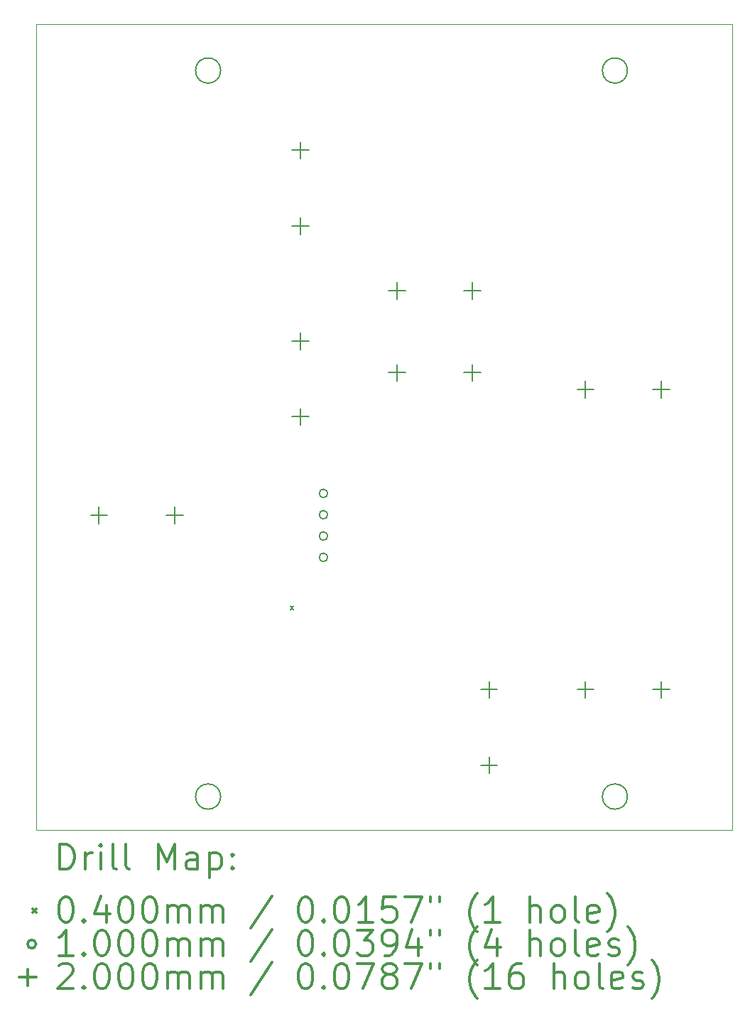
<source format=gbr>
%FSLAX45Y45*%
G04 Gerber Fmt 4.5, Leading zero omitted, Abs format (unit mm)*
G04 Created by KiCad (PCBNEW (5.1.10)-1) date 2022-03-31 00:15:28*
%MOMM*%
%LPD*%
G01*
G04 APERTURE LIST*
%TA.AperFunction,Profile*%
%ADD10C,0.150000*%
%TD*%
%TA.AperFunction,Profile*%
%ADD11C,0.050000*%
%TD*%
%ADD12C,0.200000*%
%ADD13C,0.300000*%
G04 APERTURE END LIST*
D10*
X11200000Y-14300000D02*
G75*
G03*
X11200000Y-14300000I-150000J0D01*
G01*
X16050000Y-14300000D02*
G75*
G03*
X16050000Y-14300000I-150000J0D01*
G01*
X16050000Y-5650000D02*
G75*
G03*
X16050000Y-5650000I-150000J0D01*
G01*
X11200000Y-5650000D02*
G75*
G03*
X11200000Y-5650000I-150000J0D01*
G01*
D11*
X9000000Y-14700000D02*
X17300000Y-14700000D01*
X9000000Y-5100000D02*
X9000000Y-14700000D01*
X17300000Y-5100000D02*
X9000000Y-5100000D01*
X17300000Y-5100000D02*
X17300000Y-14700000D01*
D12*
X12030000Y-12030000D02*
X12070000Y-12070000D01*
X12070000Y-12030000D02*
X12030000Y-12070000D01*
X12475000Y-10688000D02*
G75*
G03*
X12475000Y-10688000I-50000J0D01*
G01*
X12475000Y-10942000D02*
G75*
G03*
X12475000Y-10942000I-50000J0D01*
G01*
X12475000Y-11196000D02*
G75*
G03*
X12475000Y-11196000I-50000J0D01*
G01*
X12475000Y-11450000D02*
G75*
G03*
X12475000Y-11450000I-50000J0D01*
G01*
X9750000Y-10850000D02*
X9750000Y-11050000D01*
X9650000Y-10950000D02*
X9850000Y-10950000D01*
X10650000Y-10850000D02*
X10650000Y-11050000D01*
X10550000Y-10950000D02*
X10750000Y-10950000D01*
X12150000Y-6500000D02*
X12150000Y-6700000D01*
X12050000Y-6600000D02*
X12250000Y-6600000D01*
X12150000Y-7400000D02*
X12150000Y-7600000D01*
X12050000Y-7500000D02*
X12250000Y-7500000D01*
X12150000Y-8775000D02*
X12150000Y-8975000D01*
X12050000Y-8875000D02*
X12250000Y-8875000D01*
X12150000Y-9675000D02*
X12150000Y-9875000D01*
X12050000Y-9775000D02*
X12250000Y-9775000D01*
X13300000Y-8175000D02*
X13300000Y-8375000D01*
X13200000Y-8275000D02*
X13400000Y-8275000D01*
X13300000Y-9150000D02*
X13300000Y-9350000D01*
X13200000Y-9250000D02*
X13400000Y-9250000D01*
X14200000Y-8175000D02*
X14200000Y-8375000D01*
X14100000Y-8275000D02*
X14300000Y-8275000D01*
X14200000Y-9150000D02*
X14200000Y-9350000D01*
X14100000Y-9250000D02*
X14300000Y-9250000D01*
X14400000Y-12925000D02*
X14400000Y-13125000D01*
X14300000Y-13025000D02*
X14500000Y-13025000D01*
X14400000Y-13825000D02*
X14400000Y-14025000D01*
X14300000Y-13925000D02*
X14500000Y-13925000D01*
X15550000Y-9350000D02*
X15550000Y-9550000D01*
X15450000Y-9450000D02*
X15650000Y-9450000D01*
X15550000Y-12925000D02*
X15550000Y-13125000D01*
X15450000Y-13025000D02*
X15650000Y-13025000D01*
X16450000Y-9350000D02*
X16450000Y-9550000D01*
X16350000Y-9450000D02*
X16550000Y-9450000D01*
X16450000Y-12925000D02*
X16450000Y-13125000D01*
X16350000Y-13025000D02*
X16550000Y-13025000D01*
D13*
X9283928Y-15168214D02*
X9283928Y-14868214D01*
X9355357Y-14868214D01*
X9398214Y-14882500D01*
X9426786Y-14911071D01*
X9441071Y-14939643D01*
X9455357Y-14996786D01*
X9455357Y-15039643D01*
X9441071Y-15096786D01*
X9426786Y-15125357D01*
X9398214Y-15153929D01*
X9355357Y-15168214D01*
X9283928Y-15168214D01*
X9583928Y-15168214D02*
X9583928Y-14968214D01*
X9583928Y-15025357D02*
X9598214Y-14996786D01*
X9612500Y-14982500D01*
X9641071Y-14968214D01*
X9669643Y-14968214D01*
X9769643Y-15168214D02*
X9769643Y-14968214D01*
X9769643Y-14868214D02*
X9755357Y-14882500D01*
X9769643Y-14896786D01*
X9783928Y-14882500D01*
X9769643Y-14868214D01*
X9769643Y-14896786D01*
X9955357Y-15168214D02*
X9926786Y-15153929D01*
X9912500Y-15125357D01*
X9912500Y-14868214D01*
X10112500Y-15168214D02*
X10083928Y-15153929D01*
X10069643Y-15125357D01*
X10069643Y-14868214D01*
X10455357Y-15168214D02*
X10455357Y-14868214D01*
X10555357Y-15082500D01*
X10655357Y-14868214D01*
X10655357Y-15168214D01*
X10926786Y-15168214D02*
X10926786Y-15011071D01*
X10912500Y-14982500D01*
X10883928Y-14968214D01*
X10826786Y-14968214D01*
X10798214Y-14982500D01*
X10926786Y-15153929D02*
X10898214Y-15168214D01*
X10826786Y-15168214D01*
X10798214Y-15153929D01*
X10783928Y-15125357D01*
X10783928Y-15096786D01*
X10798214Y-15068214D01*
X10826786Y-15053929D01*
X10898214Y-15053929D01*
X10926786Y-15039643D01*
X11069643Y-14968214D02*
X11069643Y-15268214D01*
X11069643Y-14982500D02*
X11098214Y-14968214D01*
X11155357Y-14968214D01*
X11183928Y-14982500D01*
X11198214Y-14996786D01*
X11212500Y-15025357D01*
X11212500Y-15111071D01*
X11198214Y-15139643D01*
X11183928Y-15153929D01*
X11155357Y-15168214D01*
X11098214Y-15168214D01*
X11069643Y-15153929D01*
X11341071Y-15139643D02*
X11355357Y-15153929D01*
X11341071Y-15168214D01*
X11326786Y-15153929D01*
X11341071Y-15139643D01*
X11341071Y-15168214D01*
X11341071Y-14982500D02*
X11355357Y-14996786D01*
X11341071Y-15011071D01*
X11326786Y-14996786D01*
X11341071Y-14982500D01*
X11341071Y-15011071D01*
X8957500Y-15642500D02*
X8997500Y-15682500D01*
X8997500Y-15642500D02*
X8957500Y-15682500D01*
X9341071Y-15498214D02*
X9369643Y-15498214D01*
X9398214Y-15512500D01*
X9412500Y-15526786D01*
X9426786Y-15555357D01*
X9441071Y-15612500D01*
X9441071Y-15683929D01*
X9426786Y-15741071D01*
X9412500Y-15769643D01*
X9398214Y-15783929D01*
X9369643Y-15798214D01*
X9341071Y-15798214D01*
X9312500Y-15783929D01*
X9298214Y-15769643D01*
X9283928Y-15741071D01*
X9269643Y-15683929D01*
X9269643Y-15612500D01*
X9283928Y-15555357D01*
X9298214Y-15526786D01*
X9312500Y-15512500D01*
X9341071Y-15498214D01*
X9569643Y-15769643D02*
X9583928Y-15783929D01*
X9569643Y-15798214D01*
X9555357Y-15783929D01*
X9569643Y-15769643D01*
X9569643Y-15798214D01*
X9841071Y-15598214D02*
X9841071Y-15798214D01*
X9769643Y-15483929D02*
X9698214Y-15698214D01*
X9883928Y-15698214D01*
X10055357Y-15498214D02*
X10083928Y-15498214D01*
X10112500Y-15512500D01*
X10126786Y-15526786D01*
X10141071Y-15555357D01*
X10155357Y-15612500D01*
X10155357Y-15683929D01*
X10141071Y-15741071D01*
X10126786Y-15769643D01*
X10112500Y-15783929D01*
X10083928Y-15798214D01*
X10055357Y-15798214D01*
X10026786Y-15783929D01*
X10012500Y-15769643D01*
X9998214Y-15741071D01*
X9983928Y-15683929D01*
X9983928Y-15612500D01*
X9998214Y-15555357D01*
X10012500Y-15526786D01*
X10026786Y-15512500D01*
X10055357Y-15498214D01*
X10341071Y-15498214D02*
X10369643Y-15498214D01*
X10398214Y-15512500D01*
X10412500Y-15526786D01*
X10426786Y-15555357D01*
X10441071Y-15612500D01*
X10441071Y-15683929D01*
X10426786Y-15741071D01*
X10412500Y-15769643D01*
X10398214Y-15783929D01*
X10369643Y-15798214D01*
X10341071Y-15798214D01*
X10312500Y-15783929D01*
X10298214Y-15769643D01*
X10283928Y-15741071D01*
X10269643Y-15683929D01*
X10269643Y-15612500D01*
X10283928Y-15555357D01*
X10298214Y-15526786D01*
X10312500Y-15512500D01*
X10341071Y-15498214D01*
X10569643Y-15798214D02*
X10569643Y-15598214D01*
X10569643Y-15626786D02*
X10583928Y-15612500D01*
X10612500Y-15598214D01*
X10655357Y-15598214D01*
X10683928Y-15612500D01*
X10698214Y-15641071D01*
X10698214Y-15798214D01*
X10698214Y-15641071D02*
X10712500Y-15612500D01*
X10741071Y-15598214D01*
X10783928Y-15598214D01*
X10812500Y-15612500D01*
X10826786Y-15641071D01*
X10826786Y-15798214D01*
X10969643Y-15798214D02*
X10969643Y-15598214D01*
X10969643Y-15626786D02*
X10983928Y-15612500D01*
X11012500Y-15598214D01*
X11055357Y-15598214D01*
X11083928Y-15612500D01*
X11098214Y-15641071D01*
X11098214Y-15798214D01*
X11098214Y-15641071D02*
X11112500Y-15612500D01*
X11141071Y-15598214D01*
X11183928Y-15598214D01*
X11212500Y-15612500D01*
X11226786Y-15641071D01*
X11226786Y-15798214D01*
X11812500Y-15483929D02*
X11555357Y-15869643D01*
X12198214Y-15498214D02*
X12226786Y-15498214D01*
X12255357Y-15512500D01*
X12269643Y-15526786D01*
X12283928Y-15555357D01*
X12298214Y-15612500D01*
X12298214Y-15683929D01*
X12283928Y-15741071D01*
X12269643Y-15769643D01*
X12255357Y-15783929D01*
X12226786Y-15798214D01*
X12198214Y-15798214D01*
X12169643Y-15783929D01*
X12155357Y-15769643D01*
X12141071Y-15741071D01*
X12126786Y-15683929D01*
X12126786Y-15612500D01*
X12141071Y-15555357D01*
X12155357Y-15526786D01*
X12169643Y-15512500D01*
X12198214Y-15498214D01*
X12426786Y-15769643D02*
X12441071Y-15783929D01*
X12426786Y-15798214D01*
X12412500Y-15783929D01*
X12426786Y-15769643D01*
X12426786Y-15798214D01*
X12626786Y-15498214D02*
X12655357Y-15498214D01*
X12683928Y-15512500D01*
X12698214Y-15526786D01*
X12712500Y-15555357D01*
X12726786Y-15612500D01*
X12726786Y-15683929D01*
X12712500Y-15741071D01*
X12698214Y-15769643D01*
X12683928Y-15783929D01*
X12655357Y-15798214D01*
X12626786Y-15798214D01*
X12598214Y-15783929D01*
X12583928Y-15769643D01*
X12569643Y-15741071D01*
X12555357Y-15683929D01*
X12555357Y-15612500D01*
X12569643Y-15555357D01*
X12583928Y-15526786D01*
X12598214Y-15512500D01*
X12626786Y-15498214D01*
X13012500Y-15798214D02*
X12841071Y-15798214D01*
X12926786Y-15798214D02*
X12926786Y-15498214D01*
X12898214Y-15541071D01*
X12869643Y-15569643D01*
X12841071Y-15583929D01*
X13283928Y-15498214D02*
X13141071Y-15498214D01*
X13126786Y-15641071D01*
X13141071Y-15626786D01*
X13169643Y-15612500D01*
X13241071Y-15612500D01*
X13269643Y-15626786D01*
X13283928Y-15641071D01*
X13298214Y-15669643D01*
X13298214Y-15741071D01*
X13283928Y-15769643D01*
X13269643Y-15783929D01*
X13241071Y-15798214D01*
X13169643Y-15798214D01*
X13141071Y-15783929D01*
X13126786Y-15769643D01*
X13398214Y-15498214D02*
X13598214Y-15498214D01*
X13469643Y-15798214D01*
X13698214Y-15498214D02*
X13698214Y-15555357D01*
X13812500Y-15498214D02*
X13812500Y-15555357D01*
X14255357Y-15912500D02*
X14241071Y-15898214D01*
X14212500Y-15855357D01*
X14198214Y-15826786D01*
X14183928Y-15783929D01*
X14169643Y-15712500D01*
X14169643Y-15655357D01*
X14183928Y-15583929D01*
X14198214Y-15541071D01*
X14212500Y-15512500D01*
X14241071Y-15469643D01*
X14255357Y-15455357D01*
X14526786Y-15798214D02*
X14355357Y-15798214D01*
X14441071Y-15798214D02*
X14441071Y-15498214D01*
X14412500Y-15541071D01*
X14383928Y-15569643D01*
X14355357Y-15583929D01*
X14883928Y-15798214D02*
X14883928Y-15498214D01*
X15012500Y-15798214D02*
X15012500Y-15641071D01*
X14998214Y-15612500D01*
X14969643Y-15598214D01*
X14926786Y-15598214D01*
X14898214Y-15612500D01*
X14883928Y-15626786D01*
X15198214Y-15798214D02*
X15169643Y-15783929D01*
X15155357Y-15769643D01*
X15141071Y-15741071D01*
X15141071Y-15655357D01*
X15155357Y-15626786D01*
X15169643Y-15612500D01*
X15198214Y-15598214D01*
X15241071Y-15598214D01*
X15269643Y-15612500D01*
X15283928Y-15626786D01*
X15298214Y-15655357D01*
X15298214Y-15741071D01*
X15283928Y-15769643D01*
X15269643Y-15783929D01*
X15241071Y-15798214D01*
X15198214Y-15798214D01*
X15469643Y-15798214D02*
X15441071Y-15783929D01*
X15426786Y-15755357D01*
X15426786Y-15498214D01*
X15698214Y-15783929D02*
X15669643Y-15798214D01*
X15612500Y-15798214D01*
X15583928Y-15783929D01*
X15569643Y-15755357D01*
X15569643Y-15641071D01*
X15583928Y-15612500D01*
X15612500Y-15598214D01*
X15669643Y-15598214D01*
X15698214Y-15612500D01*
X15712500Y-15641071D01*
X15712500Y-15669643D01*
X15569643Y-15698214D01*
X15812500Y-15912500D02*
X15826786Y-15898214D01*
X15855357Y-15855357D01*
X15869643Y-15826786D01*
X15883928Y-15783929D01*
X15898214Y-15712500D01*
X15898214Y-15655357D01*
X15883928Y-15583929D01*
X15869643Y-15541071D01*
X15855357Y-15512500D01*
X15826786Y-15469643D01*
X15812500Y-15455357D01*
X8997500Y-16058500D02*
G75*
G03*
X8997500Y-16058500I-50000J0D01*
G01*
X9441071Y-16194214D02*
X9269643Y-16194214D01*
X9355357Y-16194214D02*
X9355357Y-15894214D01*
X9326786Y-15937071D01*
X9298214Y-15965643D01*
X9269643Y-15979929D01*
X9569643Y-16165643D02*
X9583928Y-16179929D01*
X9569643Y-16194214D01*
X9555357Y-16179929D01*
X9569643Y-16165643D01*
X9569643Y-16194214D01*
X9769643Y-15894214D02*
X9798214Y-15894214D01*
X9826786Y-15908500D01*
X9841071Y-15922786D01*
X9855357Y-15951357D01*
X9869643Y-16008500D01*
X9869643Y-16079929D01*
X9855357Y-16137071D01*
X9841071Y-16165643D01*
X9826786Y-16179929D01*
X9798214Y-16194214D01*
X9769643Y-16194214D01*
X9741071Y-16179929D01*
X9726786Y-16165643D01*
X9712500Y-16137071D01*
X9698214Y-16079929D01*
X9698214Y-16008500D01*
X9712500Y-15951357D01*
X9726786Y-15922786D01*
X9741071Y-15908500D01*
X9769643Y-15894214D01*
X10055357Y-15894214D02*
X10083928Y-15894214D01*
X10112500Y-15908500D01*
X10126786Y-15922786D01*
X10141071Y-15951357D01*
X10155357Y-16008500D01*
X10155357Y-16079929D01*
X10141071Y-16137071D01*
X10126786Y-16165643D01*
X10112500Y-16179929D01*
X10083928Y-16194214D01*
X10055357Y-16194214D01*
X10026786Y-16179929D01*
X10012500Y-16165643D01*
X9998214Y-16137071D01*
X9983928Y-16079929D01*
X9983928Y-16008500D01*
X9998214Y-15951357D01*
X10012500Y-15922786D01*
X10026786Y-15908500D01*
X10055357Y-15894214D01*
X10341071Y-15894214D02*
X10369643Y-15894214D01*
X10398214Y-15908500D01*
X10412500Y-15922786D01*
X10426786Y-15951357D01*
X10441071Y-16008500D01*
X10441071Y-16079929D01*
X10426786Y-16137071D01*
X10412500Y-16165643D01*
X10398214Y-16179929D01*
X10369643Y-16194214D01*
X10341071Y-16194214D01*
X10312500Y-16179929D01*
X10298214Y-16165643D01*
X10283928Y-16137071D01*
X10269643Y-16079929D01*
X10269643Y-16008500D01*
X10283928Y-15951357D01*
X10298214Y-15922786D01*
X10312500Y-15908500D01*
X10341071Y-15894214D01*
X10569643Y-16194214D02*
X10569643Y-15994214D01*
X10569643Y-16022786D02*
X10583928Y-16008500D01*
X10612500Y-15994214D01*
X10655357Y-15994214D01*
X10683928Y-16008500D01*
X10698214Y-16037071D01*
X10698214Y-16194214D01*
X10698214Y-16037071D02*
X10712500Y-16008500D01*
X10741071Y-15994214D01*
X10783928Y-15994214D01*
X10812500Y-16008500D01*
X10826786Y-16037071D01*
X10826786Y-16194214D01*
X10969643Y-16194214D02*
X10969643Y-15994214D01*
X10969643Y-16022786D02*
X10983928Y-16008500D01*
X11012500Y-15994214D01*
X11055357Y-15994214D01*
X11083928Y-16008500D01*
X11098214Y-16037071D01*
X11098214Y-16194214D01*
X11098214Y-16037071D02*
X11112500Y-16008500D01*
X11141071Y-15994214D01*
X11183928Y-15994214D01*
X11212500Y-16008500D01*
X11226786Y-16037071D01*
X11226786Y-16194214D01*
X11812500Y-15879929D02*
X11555357Y-16265643D01*
X12198214Y-15894214D02*
X12226786Y-15894214D01*
X12255357Y-15908500D01*
X12269643Y-15922786D01*
X12283928Y-15951357D01*
X12298214Y-16008500D01*
X12298214Y-16079929D01*
X12283928Y-16137071D01*
X12269643Y-16165643D01*
X12255357Y-16179929D01*
X12226786Y-16194214D01*
X12198214Y-16194214D01*
X12169643Y-16179929D01*
X12155357Y-16165643D01*
X12141071Y-16137071D01*
X12126786Y-16079929D01*
X12126786Y-16008500D01*
X12141071Y-15951357D01*
X12155357Y-15922786D01*
X12169643Y-15908500D01*
X12198214Y-15894214D01*
X12426786Y-16165643D02*
X12441071Y-16179929D01*
X12426786Y-16194214D01*
X12412500Y-16179929D01*
X12426786Y-16165643D01*
X12426786Y-16194214D01*
X12626786Y-15894214D02*
X12655357Y-15894214D01*
X12683928Y-15908500D01*
X12698214Y-15922786D01*
X12712500Y-15951357D01*
X12726786Y-16008500D01*
X12726786Y-16079929D01*
X12712500Y-16137071D01*
X12698214Y-16165643D01*
X12683928Y-16179929D01*
X12655357Y-16194214D01*
X12626786Y-16194214D01*
X12598214Y-16179929D01*
X12583928Y-16165643D01*
X12569643Y-16137071D01*
X12555357Y-16079929D01*
X12555357Y-16008500D01*
X12569643Y-15951357D01*
X12583928Y-15922786D01*
X12598214Y-15908500D01*
X12626786Y-15894214D01*
X12826786Y-15894214D02*
X13012500Y-15894214D01*
X12912500Y-16008500D01*
X12955357Y-16008500D01*
X12983928Y-16022786D01*
X12998214Y-16037071D01*
X13012500Y-16065643D01*
X13012500Y-16137071D01*
X12998214Y-16165643D01*
X12983928Y-16179929D01*
X12955357Y-16194214D01*
X12869643Y-16194214D01*
X12841071Y-16179929D01*
X12826786Y-16165643D01*
X13155357Y-16194214D02*
X13212500Y-16194214D01*
X13241071Y-16179929D01*
X13255357Y-16165643D01*
X13283928Y-16122786D01*
X13298214Y-16065643D01*
X13298214Y-15951357D01*
X13283928Y-15922786D01*
X13269643Y-15908500D01*
X13241071Y-15894214D01*
X13183928Y-15894214D01*
X13155357Y-15908500D01*
X13141071Y-15922786D01*
X13126786Y-15951357D01*
X13126786Y-16022786D01*
X13141071Y-16051357D01*
X13155357Y-16065643D01*
X13183928Y-16079929D01*
X13241071Y-16079929D01*
X13269643Y-16065643D01*
X13283928Y-16051357D01*
X13298214Y-16022786D01*
X13555357Y-15994214D02*
X13555357Y-16194214D01*
X13483928Y-15879929D02*
X13412500Y-16094214D01*
X13598214Y-16094214D01*
X13698214Y-15894214D02*
X13698214Y-15951357D01*
X13812500Y-15894214D02*
X13812500Y-15951357D01*
X14255357Y-16308500D02*
X14241071Y-16294214D01*
X14212500Y-16251357D01*
X14198214Y-16222786D01*
X14183928Y-16179929D01*
X14169643Y-16108500D01*
X14169643Y-16051357D01*
X14183928Y-15979929D01*
X14198214Y-15937071D01*
X14212500Y-15908500D01*
X14241071Y-15865643D01*
X14255357Y-15851357D01*
X14498214Y-15994214D02*
X14498214Y-16194214D01*
X14426786Y-15879929D02*
X14355357Y-16094214D01*
X14541071Y-16094214D01*
X14883928Y-16194214D02*
X14883928Y-15894214D01*
X15012500Y-16194214D02*
X15012500Y-16037071D01*
X14998214Y-16008500D01*
X14969643Y-15994214D01*
X14926786Y-15994214D01*
X14898214Y-16008500D01*
X14883928Y-16022786D01*
X15198214Y-16194214D02*
X15169643Y-16179929D01*
X15155357Y-16165643D01*
X15141071Y-16137071D01*
X15141071Y-16051357D01*
X15155357Y-16022786D01*
X15169643Y-16008500D01*
X15198214Y-15994214D01*
X15241071Y-15994214D01*
X15269643Y-16008500D01*
X15283928Y-16022786D01*
X15298214Y-16051357D01*
X15298214Y-16137071D01*
X15283928Y-16165643D01*
X15269643Y-16179929D01*
X15241071Y-16194214D01*
X15198214Y-16194214D01*
X15469643Y-16194214D02*
X15441071Y-16179929D01*
X15426786Y-16151357D01*
X15426786Y-15894214D01*
X15698214Y-16179929D02*
X15669643Y-16194214D01*
X15612500Y-16194214D01*
X15583928Y-16179929D01*
X15569643Y-16151357D01*
X15569643Y-16037071D01*
X15583928Y-16008500D01*
X15612500Y-15994214D01*
X15669643Y-15994214D01*
X15698214Y-16008500D01*
X15712500Y-16037071D01*
X15712500Y-16065643D01*
X15569643Y-16094214D01*
X15826786Y-16179929D02*
X15855357Y-16194214D01*
X15912500Y-16194214D01*
X15941071Y-16179929D01*
X15955357Y-16151357D01*
X15955357Y-16137071D01*
X15941071Y-16108500D01*
X15912500Y-16094214D01*
X15869643Y-16094214D01*
X15841071Y-16079929D01*
X15826786Y-16051357D01*
X15826786Y-16037071D01*
X15841071Y-16008500D01*
X15869643Y-15994214D01*
X15912500Y-15994214D01*
X15941071Y-16008500D01*
X16055357Y-16308500D02*
X16069643Y-16294214D01*
X16098214Y-16251357D01*
X16112500Y-16222786D01*
X16126786Y-16179929D01*
X16141071Y-16108500D01*
X16141071Y-16051357D01*
X16126786Y-15979929D01*
X16112500Y-15937071D01*
X16098214Y-15908500D01*
X16069643Y-15865643D01*
X16055357Y-15851357D01*
X8897500Y-16354500D02*
X8897500Y-16554500D01*
X8797500Y-16454500D02*
X8997500Y-16454500D01*
X9269643Y-16318786D02*
X9283928Y-16304500D01*
X9312500Y-16290214D01*
X9383928Y-16290214D01*
X9412500Y-16304500D01*
X9426786Y-16318786D01*
X9441071Y-16347357D01*
X9441071Y-16375929D01*
X9426786Y-16418786D01*
X9255357Y-16590214D01*
X9441071Y-16590214D01*
X9569643Y-16561643D02*
X9583928Y-16575929D01*
X9569643Y-16590214D01*
X9555357Y-16575929D01*
X9569643Y-16561643D01*
X9569643Y-16590214D01*
X9769643Y-16290214D02*
X9798214Y-16290214D01*
X9826786Y-16304500D01*
X9841071Y-16318786D01*
X9855357Y-16347357D01*
X9869643Y-16404500D01*
X9869643Y-16475929D01*
X9855357Y-16533071D01*
X9841071Y-16561643D01*
X9826786Y-16575929D01*
X9798214Y-16590214D01*
X9769643Y-16590214D01*
X9741071Y-16575929D01*
X9726786Y-16561643D01*
X9712500Y-16533071D01*
X9698214Y-16475929D01*
X9698214Y-16404500D01*
X9712500Y-16347357D01*
X9726786Y-16318786D01*
X9741071Y-16304500D01*
X9769643Y-16290214D01*
X10055357Y-16290214D02*
X10083928Y-16290214D01*
X10112500Y-16304500D01*
X10126786Y-16318786D01*
X10141071Y-16347357D01*
X10155357Y-16404500D01*
X10155357Y-16475929D01*
X10141071Y-16533071D01*
X10126786Y-16561643D01*
X10112500Y-16575929D01*
X10083928Y-16590214D01*
X10055357Y-16590214D01*
X10026786Y-16575929D01*
X10012500Y-16561643D01*
X9998214Y-16533071D01*
X9983928Y-16475929D01*
X9983928Y-16404500D01*
X9998214Y-16347357D01*
X10012500Y-16318786D01*
X10026786Y-16304500D01*
X10055357Y-16290214D01*
X10341071Y-16290214D02*
X10369643Y-16290214D01*
X10398214Y-16304500D01*
X10412500Y-16318786D01*
X10426786Y-16347357D01*
X10441071Y-16404500D01*
X10441071Y-16475929D01*
X10426786Y-16533071D01*
X10412500Y-16561643D01*
X10398214Y-16575929D01*
X10369643Y-16590214D01*
X10341071Y-16590214D01*
X10312500Y-16575929D01*
X10298214Y-16561643D01*
X10283928Y-16533071D01*
X10269643Y-16475929D01*
X10269643Y-16404500D01*
X10283928Y-16347357D01*
X10298214Y-16318786D01*
X10312500Y-16304500D01*
X10341071Y-16290214D01*
X10569643Y-16590214D02*
X10569643Y-16390214D01*
X10569643Y-16418786D02*
X10583928Y-16404500D01*
X10612500Y-16390214D01*
X10655357Y-16390214D01*
X10683928Y-16404500D01*
X10698214Y-16433071D01*
X10698214Y-16590214D01*
X10698214Y-16433071D02*
X10712500Y-16404500D01*
X10741071Y-16390214D01*
X10783928Y-16390214D01*
X10812500Y-16404500D01*
X10826786Y-16433071D01*
X10826786Y-16590214D01*
X10969643Y-16590214D02*
X10969643Y-16390214D01*
X10969643Y-16418786D02*
X10983928Y-16404500D01*
X11012500Y-16390214D01*
X11055357Y-16390214D01*
X11083928Y-16404500D01*
X11098214Y-16433071D01*
X11098214Y-16590214D01*
X11098214Y-16433071D02*
X11112500Y-16404500D01*
X11141071Y-16390214D01*
X11183928Y-16390214D01*
X11212500Y-16404500D01*
X11226786Y-16433071D01*
X11226786Y-16590214D01*
X11812500Y-16275929D02*
X11555357Y-16661643D01*
X12198214Y-16290214D02*
X12226786Y-16290214D01*
X12255357Y-16304500D01*
X12269643Y-16318786D01*
X12283928Y-16347357D01*
X12298214Y-16404500D01*
X12298214Y-16475929D01*
X12283928Y-16533071D01*
X12269643Y-16561643D01*
X12255357Y-16575929D01*
X12226786Y-16590214D01*
X12198214Y-16590214D01*
X12169643Y-16575929D01*
X12155357Y-16561643D01*
X12141071Y-16533071D01*
X12126786Y-16475929D01*
X12126786Y-16404500D01*
X12141071Y-16347357D01*
X12155357Y-16318786D01*
X12169643Y-16304500D01*
X12198214Y-16290214D01*
X12426786Y-16561643D02*
X12441071Y-16575929D01*
X12426786Y-16590214D01*
X12412500Y-16575929D01*
X12426786Y-16561643D01*
X12426786Y-16590214D01*
X12626786Y-16290214D02*
X12655357Y-16290214D01*
X12683928Y-16304500D01*
X12698214Y-16318786D01*
X12712500Y-16347357D01*
X12726786Y-16404500D01*
X12726786Y-16475929D01*
X12712500Y-16533071D01*
X12698214Y-16561643D01*
X12683928Y-16575929D01*
X12655357Y-16590214D01*
X12626786Y-16590214D01*
X12598214Y-16575929D01*
X12583928Y-16561643D01*
X12569643Y-16533071D01*
X12555357Y-16475929D01*
X12555357Y-16404500D01*
X12569643Y-16347357D01*
X12583928Y-16318786D01*
X12598214Y-16304500D01*
X12626786Y-16290214D01*
X12826786Y-16290214D02*
X13026786Y-16290214D01*
X12898214Y-16590214D01*
X13183928Y-16418786D02*
X13155357Y-16404500D01*
X13141071Y-16390214D01*
X13126786Y-16361643D01*
X13126786Y-16347357D01*
X13141071Y-16318786D01*
X13155357Y-16304500D01*
X13183928Y-16290214D01*
X13241071Y-16290214D01*
X13269643Y-16304500D01*
X13283928Y-16318786D01*
X13298214Y-16347357D01*
X13298214Y-16361643D01*
X13283928Y-16390214D01*
X13269643Y-16404500D01*
X13241071Y-16418786D01*
X13183928Y-16418786D01*
X13155357Y-16433071D01*
X13141071Y-16447357D01*
X13126786Y-16475929D01*
X13126786Y-16533071D01*
X13141071Y-16561643D01*
X13155357Y-16575929D01*
X13183928Y-16590214D01*
X13241071Y-16590214D01*
X13269643Y-16575929D01*
X13283928Y-16561643D01*
X13298214Y-16533071D01*
X13298214Y-16475929D01*
X13283928Y-16447357D01*
X13269643Y-16433071D01*
X13241071Y-16418786D01*
X13398214Y-16290214D02*
X13598214Y-16290214D01*
X13469643Y-16590214D01*
X13698214Y-16290214D02*
X13698214Y-16347357D01*
X13812500Y-16290214D02*
X13812500Y-16347357D01*
X14255357Y-16704500D02*
X14241071Y-16690214D01*
X14212500Y-16647357D01*
X14198214Y-16618786D01*
X14183928Y-16575929D01*
X14169643Y-16504500D01*
X14169643Y-16447357D01*
X14183928Y-16375929D01*
X14198214Y-16333071D01*
X14212500Y-16304500D01*
X14241071Y-16261643D01*
X14255357Y-16247357D01*
X14526786Y-16590214D02*
X14355357Y-16590214D01*
X14441071Y-16590214D02*
X14441071Y-16290214D01*
X14412500Y-16333071D01*
X14383928Y-16361643D01*
X14355357Y-16375929D01*
X14783928Y-16290214D02*
X14726786Y-16290214D01*
X14698214Y-16304500D01*
X14683928Y-16318786D01*
X14655357Y-16361643D01*
X14641071Y-16418786D01*
X14641071Y-16533071D01*
X14655357Y-16561643D01*
X14669643Y-16575929D01*
X14698214Y-16590214D01*
X14755357Y-16590214D01*
X14783928Y-16575929D01*
X14798214Y-16561643D01*
X14812500Y-16533071D01*
X14812500Y-16461643D01*
X14798214Y-16433071D01*
X14783928Y-16418786D01*
X14755357Y-16404500D01*
X14698214Y-16404500D01*
X14669643Y-16418786D01*
X14655357Y-16433071D01*
X14641071Y-16461643D01*
X15169643Y-16590214D02*
X15169643Y-16290214D01*
X15298214Y-16590214D02*
X15298214Y-16433071D01*
X15283928Y-16404500D01*
X15255357Y-16390214D01*
X15212500Y-16390214D01*
X15183928Y-16404500D01*
X15169643Y-16418786D01*
X15483928Y-16590214D02*
X15455357Y-16575929D01*
X15441071Y-16561643D01*
X15426786Y-16533071D01*
X15426786Y-16447357D01*
X15441071Y-16418786D01*
X15455357Y-16404500D01*
X15483928Y-16390214D01*
X15526786Y-16390214D01*
X15555357Y-16404500D01*
X15569643Y-16418786D01*
X15583928Y-16447357D01*
X15583928Y-16533071D01*
X15569643Y-16561643D01*
X15555357Y-16575929D01*
X15526786Y-16590214D01*
X15483928Y-16590214D01*
X15755357Y-16590214D02*
X15726786Y-16575929D01*
X15712500Y-16547357D01*
X15712500Y-16290214D01*
X15983928Y-16575929D02*
X15955357Y-16590214D01*
X15898214Y-16590214D01*
X15869643Y-16575929D01*
X15855357Y-16547357D01*
X15855357Y-16433071D01*
X15869643Y-16404500D01*
X15898214Y-16390214D01*
X15955357Y-16390214D01*
X15983928Y-16404500D01*
X15998214Y-16433071D01*
X15998214Y-16461643D01*
X15855357Y-16490214D01*
X16112500Y-16575929D02*
X16141071Y-16590214D01*
X16198214Y-16590214D01*
X16226786Y-16575929D01*
X16241071Y-16547357D01*
X16241071Y-16533071D01*
X16226786Y-16504500D01*
X16198214Y-16490214D01*
X16155357Y-16490214D01*
X16126786Y-16475929D01*
X16112500Y-16447357D01*
X16112500Y-16433071D01*
X16126786Y-16404500D01*
X16155357Y-16390214D01*
X16198214Y-16390214D01*
X16226786Y-16404500D01*
X16341071Y-16704500D02*
X16355357Y-16690214D01*
X16383928Y-16647357D01*
X16398214Y-16618786D01*
X16412500Y-16575929D01*
X16426786Y-16504500D01*
X16426786Y-16447357D01*
X16412500Y-16375929D01*
X16398214Y-16333071D01*
X16383928Y-16304500D01*
X16355357Y-16261643D01*
X16341071Y-16247357D01*
M02*

</source>
